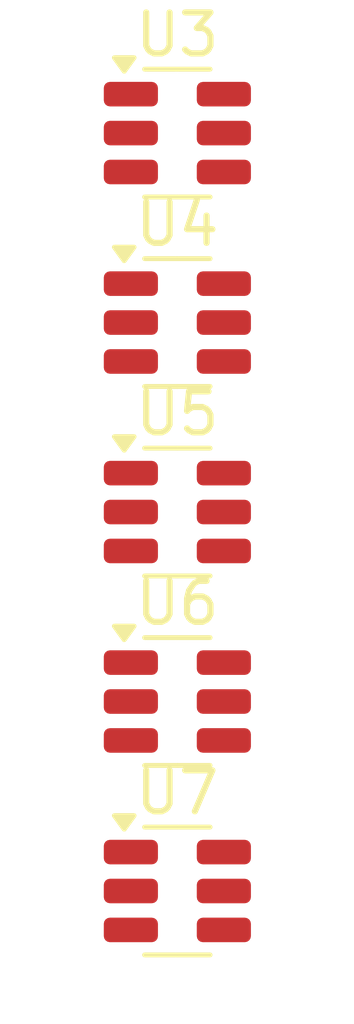
<source format=kicad_pcb>
(kicad_pcb (version 20240108) (generator "pcbnew") (generator_version "8.0")
  (layers (0 "F.Cu" signal) (31 "B.Cu" signal) (34 "B.Paste" user) (35 "F.Paste" user) (36 "B.SilkS" user "B.Silkscreen") (37 "F.SilkS" user "F.Silkscreen") (38 "B.Mask" user) (39 "F.Mask" user) (44 "Edge.Cuts" user))
  (net 0 "")
  (net 1 "GND")
  (net 2 "Net-(U3-SW)")
  (net 3 "Net-(U3-EN)")
  (net 4 "Net-(U3-VFB)")
  (net 5 "Net-(U3-VBST)")
  (net 6 "+5V")
  (net 7 "Net-(U4-VFB)")
  (net 8 "Net-(U4-VBST)")
  (net 9 "Net-(U4-EN)")
  (net 10 "Net-(U4-SW)")
  (net 11 "Net-(U5-EN)")
  (net 12 "Net-(U5-VBST)")
  (net 13 "Net-(U5-SW)")
  (net 14 "Net-(U5-VFB)")
  (net 15 "Net-(U6-EN)")
  (net 16 "Net-(U6-VBST)")
  (net 17 "Net-(U6-VFB)")
  (net 18 "Net-(U6-SW)")
  (net 19 "Net-(U7-SW)")
  (net 20 "Net-(U7-EN)")
  (net 21 "Net-(U7-VFB)")
  (net 22 "Net-(U7-VBST)")
  (footprint "Package_TO_SOT_SMD:SOT-23-6" (layer "F.Cu") (at 79.4625 56.225)
    (property "Reference" "U6" (at 0 -2.4 0) (layer "F.SilkS"))
    (property "Value" "TPS563200")
    (fp_line (start 0 -1.56) (end -0.8 -1.56) (stroke (width 0.12)) (layer "F.SilkS"))
    (fp_line (start 0 -1.56) (end 0.8 -1.56) (stroke (width 0.12)) (layer "F.SilkS"))
    (fp_line (start 0 1.56) (end -0.8 1.56) (stroke (width 0.12)) (layer "F.SilkS"))
    (fp_line (start 0 1.56) (end 0.8 1.56) (stroke (width 0.12)) (layer "F.SilkS"))
    (fp_poly (pts (xy -1.3 -1.51) (xy -1.54 -1.84) (xy -1.06 -1.84) (xy -1.3 -1.51)) (stroke (width 0.12)) (fill solid) (layer "F.SilkS"))
    (pad "1" smd roundrect (at -1.1375 -0.95) (size 1.325 0.6) (layers "F.Cu" "F.Paste" "F.Mask") (net 1 "GND"))
    (pad "2" smd roundrect (at -1.1375 0) (size 1.325 0.6) (layers "F.Cu" "F.Paste" "F.Mask") (net 18 "Net-(U6-SW)"))
    (pad "3" smd roundrect (at -1.1375 0.95) (size 1.325 0.6) (layers "F.Cu" "F.Paste" "F.Mask") (net 6 "+5V"))
    (pad "4" smd roundrect (at 1.1375 0.95) (size 1.325 0.6) (layers "F.Cu" "F.Paste" "F.Mask") (net 17 "Net-(U6-VFB)"))
    (pad "5" smd roundrect (at 1.1375 0) (size 1.325 0.6) (layers "F.Cu" "F.Paste" "F.Mask") (net 15 "Net-(U6-EN)"))
    (pad "6" smd roundrect (at 1.1375 -0.95) (size 1.325 0.6) (layers "F.Cu" "F.Paste" "F.Mask") (net 16 "Net-(U6-VBST)"))
  )
  (footprint "Package_TO_SOT_SMD:SOT-23-6" (layer "F.Cu") (at 79.4625 42.35)
    (property "Reference" "U3" (at 0 -2.4 0) (layer "F.SilkS"))
    (property "Value" "TPS563200")
    (fp_line (start 0 -1.56) (end -0.8 -1.56) (stroke (width 0.12)) (layer "F.SilkS"))
    (fp_line (start 0 -1.56) (end 0.8 -1.56) (stroke (width 0.12)) (layer "F.SilkS"))
    (fp_line (start 0 1.56) (end -0.8 1.56) (stroke (width 0.12)) (layer "F.SilkS"))
    (fp_line (start 0 1.56) (end 0.8 1.56) (stroke (width 0.12)) (layer "F.SilkS"))
    (fp_poly (pts (xy -1.3 -1.51) (xy -1.54 -1.84) (xy -1.06 -1.84) (xy -1.3 -1.51)) (stroke (width 0.12)) (fill solid) (layer "F.SilkS"))
    (pad "1" smd roundrect (at -1.1375 -0.95) (size 1.325 0.6) (layers "F.Cu" "F.Paste" "F.Mask") (net 1 "GND"))
    (pad "2" smd roundrect (at -1.1375 0) (size 1.325 0.6) (layers "F.Cu" "F.Paste" "F.Mask") (net 2 "Net-(U3-SW)"))
    (pad "3" smd roundrect (at -1.1375 0.95) (size 1.325 0.6) (layers "F.Cu" "F.Paste" "F.Mask") (net 6 "+5V"))
    (pad "4" smd roundrect (at 1.1375 0.95) (size 1.325 0.6) (layers "F.Cu" "F.Paste" "F.Mask") (net 4 "Net-(U3-VFB)"))
    (pad "5" smd roundrect (at 1.1375 0) (size 1.325 0.6) (layers "F.Cu" "F.Paste" "F.Mask") (net 3 "Net-(U3-EN)"))
    (pad "6" smd roundrect (at 1.1375 -0.95) (size 1.325 0.6) (layers "F.Cu" "F.Paste" "F.Mask") (net 5 "Net-(U3-VBST)"))
  )
  (footprint "Package_TO_SOT_SMD:SOT-23-6" (layer "F.Cu") (at 79.4625 51.6)
    (property "Reference" "U5" (at 0 -2.4 0) (layer "F.SilkS"))
    (property "Value" "TPS563200")
    (fp_line (start 0 -1.56) (end -0.8 -1.56) (stroke (width 0.12)) (layer "F.SilkS"))
    (fp_line (start 0 -1.56) (end 0.8 -1.56) (stroke (width 0.12)) (layer "F.SilkS"))
    (fp_line (start 0 1.56) (end -0.8 1.56) (stroke (width 0.12)) (layer "F.SilkS"))
    (fp_line (start 0 1.56) (end 0.8 1.56) (stroke (width 0.12)) (layer "F.SilkS"))
    (fp_poly (pts (xy -1.3 -1.51) (xy -1.54 -1.84) (xy -1.06 -1.84) (xy -1.3 -1.51)) (stroke (width 0.12)) (fill solid) (layer "F.SilkS"))
    (pad "1" smd roundrect (at -1.1375 -0.95) (size 1.325 0.6) (layers "F.Cu" "F.Paste" "F.Mask") (net 1 "GND"))
    (pad "2" smd roundrect (at -1.1375 0) (size 1.325 0.6) (layers "F.Cu" "F.Paste" "F.Mask") (net 13 "Net-(U5-SW)"))
    (pad "3" smd roundrect (at -1.1375 0.95) (size 1.325 0.6) (layers "F.Cu" "F.Paste" "F.Mask") (net 6 "+5V"))
    (pad "4" smd roundrect (at 1.1375 0.95) (size 1.325 0.6) (layers "F.Cu" "F.Paste" "F.Mask") (net 14 "Net-(U5-VFB)"))
    (pad "5" smd roundrect (at 1.1375 0) (size 1.325 0.6) (layers "F.Cu" "F.Paste" "F.Mask") (net 11 "Net-(U5-EN)"))
    (pad "6" smd roundrect (at 1.1375 -0.95) (size 1.325 0.6) (layers "F.Cu" "F.Paste" "F.Mask") (net 12 "Net-(U5-VBST)"))
  )
  (footprint "Package_TO_SOT_SMD:SOT-23-6" (layer "F.Cu") (at 79.4625 60.85)
    (property "Reference" "U7" (at 0 -2.4 0) (layer "F.SilkS"))
    (property "Value" "TPS563200")
    (fp_line (start 0 -1.56) (end -0.8 -1.56) (stroke (width 0.12)) (layer "F.SilkS"))
    (fp_line (start 0 -1.56) (end 0.8 -1.56) (stroke (width 0.12)) (layer "F.SilkS"))
    (fp_line (start 0 1.56) (end -0.8 1.56) (stroke (width 0.12)) (layer "F.SilkS"))
    (fp_line (start 0 1.56) (end 0.8 1.56) (stroke (width 0.12)) (layer "F.SilkS"))
    (fp_poly (pts (xy -1.3 -1.51) (xy -1.54 -1.84) (xy -1.06 -1.84) (xy -1.3 -1.51)) (stroke (width 0.12)) (fill solid) (layer "F.SilkS"))
    (pad "1" smd roundrect (at -1.1375 -0.95) (size 1.325 0.6) (layers "F.Cu" "F.Paste" "F.Mask") (net 1 "GND"))
    (pad "2" smd roundrect (at -1.1375 0) (size 1.325 0.6) (layers "F.Cu" "F.Paste" "F.Mask") (net 19 "Net-(U7-SW)"))
    (pad "3" smd roundrect (at -1.1375 0.95) (size 1.325 0.6) (layers "F.Cu" "F.Paste" "F.Mask") (net 6 "+5V"))
    (pad "4" smd roundrect (at 1.1375 0.95) (size 1.325 0.6) (layers "F.Cu" "F.Paste" "F.Mask") (net 21 "Net-(U7-VFB)"))
    (pad "5" smd roundrect (at 1.1375 0) (size 1.325 0.6) (layers "F.Cu" "F.Paste" "F.Mask") (net 20 "Net-(U7-EN)"))
    (pad "6" smd roundrect (at 1.1375 -0.95) (size 1.325 0.6) (layers "F.Cu" "F.Paste" "F.Mask") (net 22 "Net-(U7-VBST)"))
  )
  (footprint "Package_TO_SOT_SMD:SOT-23-6" (layer "F.Cu") (at 79.4625 46.975)
    (property "Reference" "U4" (at 0 -2.4 0) (layer "F.SilkS"))
    (property "Value" "TPS563200")
    (fp_line (start 0 -1.56) (end -0.8 -1.56) (stroke (width 0.12)) (layer "F.SilkS"))
    (fp_line (start 0 -1.56) (end 0.8 -1.56) (stroke (width 0.12)) (layer "F.SilkS"))
    (fp_line (start 0 1.56) (end -0.8 1.56) (stroke (width 0.12)) (layer "F.SilkS"))
    (fp_line (start 0 1.56) (end 0.8 1.56) (stroke (width 0.12)) (layer "F.SilkS"))
    (fp_poly (pts (xy -1.3 -1.51) (xy -1.54 -1.84) (xy -1.06 -1.84) (xy -1.3 -1.51)) (stroke (width 0.12)) (fill solid) (layer "F.SilkS"))
    (pad "1" smd roundrect (at -1.1375 -0.95) (size 1.325 0.6) (layers "F.Cu" "F.Paste" "F.Mask") (net 1 "GND"))
    (pad "2" smd roundrect (at -1.1375 0) (size 1.325 0.6) (layers "F.Cu" "F.Paste" "F.Mask") (net 10 "Net-(U4-SW)"))
    (pad "3" smd roundrect (at -1.1375 0.95) (size 1.325 0.6) (layers "F.Cu" "F.Paste" "F.Mask") (net 6 "+5V"))
    (pad "4" smd roundrect (at 1.1375 0.95) (size 1.325 0.6) (layers "F.Cu" "F.Paste" "F.Mask") (net 7 "Net-(U4-VFB)"))
    (pad "5" smd roundrect (at 1.1375 0) (size 1.325 0.6) (layers "F.Cu" "F.Paste" "F.Mask") (net 9 "Net-(U4-EN)"))
    (pad "6" smd roundrect (at 1.1375 -0.95) (size 1.325 0.6) (layers "F.Cu" "F.Paste" "F.Mask") (net 8 "Net-(U4-VBST)"))
  )
)
</source>
